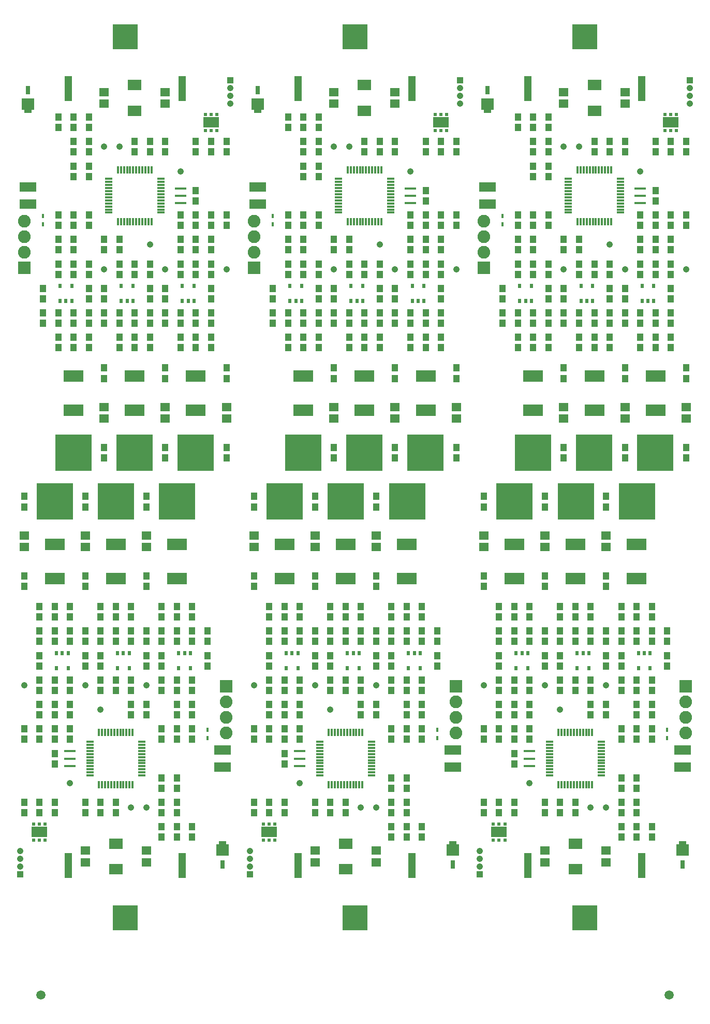
<source format=gbs>
%FSLAX25Y25*%
%MOIN*%
G70*
G01*
G75*
G04 Layer_Color=16711935*
%ADD10C,0.03937*%
%ADD11R,0.02165X0.02854*%
%ADD12R,0.02165X0.02510*%
%ADD13R,0.04921X0.02559*%
%ADD14R,0.02362X0.05512*%
%ADD15R,0.03937X0.04331*%
%ADD16R,0.01181X0.02559*%
%ADD17R,0.05906X0.05118*%
%ADD18R,0.02559X0.03819*%
%ADD19R,0.08661X0.04724*%
%ADD20R,0.08661X0.13780*%
%ADD21R,0.07874X0.11811*%
%ADD22R,0.15354X0.05709*%
%ADD23R,0.09646X0.05512*%
%ADD24R,0.01181X0.03150*%
%ADD25R,0.15748X0.15748*%
%ADD26R,0.10630X0.06299*%
%ADD27R,0.04724X0.15748*%
%ADD28C,0.00800*%
%ADD29C,0.01500*%
%ADD30C,0.02000*%
%ADD31R,0.15355X0.18110*%
%ADD32R,0.23622X0.23622*%
%ADD33R,0.03937X0.03937*%
%ADD34C,0.08032*%
%ADD35R,0.08032X0.08032*%
%ADD36C,0.02800*%
%ADD37C,0.02799*%
%ADD38R,0.12598X0.07087*%
%ADD39R,0.01969X0.02756*%
%ADD40R,0.04331X0.09134*%
%ADD41R,0.02953X0.05433*%
%ADD42R,0.08583X0.06378*%
%ADD43R,0.07480X0.01575*%
%ADD44R,0.04724X0.01181*%
%ADD45R,0.01181X0.04724*%
%ADD46R,0.09843X0.06693*%
%ADD47R,0.01772X0.01969*%
%ADD48R,0.07992X0.07165*%
%ADD49C,0.00500*%
%ADD50C,0.01969*%
%ADD51R,0.15551X0.18307*%
%ADD52C,0.05906*%
%ADD53R,0.02365X0.03054*%
%ADD54R,0.02365X0.02710*%
%ADD55R,0.05121X0.02759*%
%ADD56R,0.02562X0.05712*%
%ADD57R,0.04137X0.04531*%
%ADD58R,0.01381X0.02759*%
%ADD59R,0.06106X0.05318*%
%ADD60R,0.02759X0.04019*%
%ADD61R,0.08861X0.04924*%
%ADD62R,0.08861X0.13979*%
%ADD63R,0.08074X0.12011*%
%ADD64R,0.15554X0.05909*%
%ADD65R,0.09846X0.05712*%
%ADD66R,0.01381X0.03350*%
%ADD67C,0.04137*%
%ADD68R,0.15948X0.15948*%
%ADD69R,0.10830X0.06499*%
%ADD70R,0.04924X0.15948*%
%ADD71R,0.23822X0.23822*%
%ADD72R,0.04137X0.04137*%
%ADD73C,0.08232*%
%ADD74R,0.08232X0.08232*%
%ADD75R,0.08189X0.07362*%
%ADD76R,0.12798X0.07287*%
%ADD77R,0.02169X0.02956*%
%ADD78R,0.04531X0.09334*%
%ADD79R,0.03153X0.05633*%
%ADD80R,0.08783X0.06578*%
%ADD81R,0.07680X0.01775*%
%ADD82R,0.04924X0.01381*%
%ADD83R,0.01381X0.04924*%
%ADD84R,0.10043X0.06893*%
%ADD85R,0.01972X0.02169*%
D52*
X39370Y12795D02*
D03*
X444095D02*
D03*
D57*
X38386Y224606D02*
D03*
Y231299D02*
D03*
X77756Y224606D02*
D03*
Y231299D02*
D03*
X117126Y224606D02*
D03*
Y231299D02*
D03*
X67913D02*
D03*
Y224606D02*
D03*
Y247047D02*
D03*
Y240354D02*
D03*
X58071Y208858D02*
D03*
Y215551D02*
D03*
X107283Y247047D02*
D03*
Y240354D02*
D03*
X48228Y215551D02*
D03*
Y208858D02*
D03*
X87598Y247047D02*
D03*
Y240354D02*
D03*
X107283Y231299D02*
D03*
Y224606D02*
D03*
X38386Y208858D02*
D03*
Y215551D02*
D03*
X97441Y208858D02*
D03*
Y215551D02*
D03*
X136811Y247047D02*
D03*
Y240354D02*
D03*
X146653Y247047D02*
D03*
Y240354D02*
D03*
X87598Y215551D02*
D03*
Y208858D02*
D03*
X126969Y247047D02*
D03*
Y240354D02*
D03*
X77756Y208858D02*
D03*
Y215551D02*
D03*
X126969D02*
D03*
Y208858D02*
D03*
X136811Y121063D02*
D03*
Y114370D02*
D03*
X117126Y208858D02*
D03*
Y215551D02*
D03*
X136811Y208858D02*
D03*
Y215551D02*
D03*
X126969Y114370D02*
D03*
Y121063D02*
D03*
X58071Y240354D02*
D03*
Y247047D02*
D03*
X48228Y240354D02*
D03*
Y247047D02*
D03*
X97441Y240354D02*
D03*
Y247047D02*
D03*
X146653Y224606D02*
D03*
Y231299D02*
D03*
X38386Y247047D02*
D03*
Y240354D02*
D03*
X77756Y247047D02*
D03*
Y240354D02*
D03*
X67913Y333661D02*
D03*
Y326969D02*
D03*
X107283Y333661D02*
D03*
Y326969D02*
D03*
X117126Y247047D02*
D03*
Y240354D02*
D03*
X48228Y168307D02*
D03*
Y161614D02*
D03*
X58071Y184055D02*
D03*
Y177362D02*
D03*
Y193110D02*
D03*
Y199803D02*
D03*
X48228Y193110D02*
D03*
Y199803D02*
D03*
X38386Y193110D02*
D03*
Y199803D02*
D03*
X126969Y136811D02*
D03*
Y130118D02*
D03*
X117126Y136811D02*
D03*
Y130118D02*
D03*
X107283Y193110D02*
D03*
Y199803D02*
D03*
X97441Y193110D02*
D03*
Y199803D02*
D03*
X126969Y184055D02*
D03*
Y177362D02*
D03*
X117126Y184055D02*
D03*
Y177362D02*
D03*
X126969Y152559D02*
D03*
Y145866D02*
D03*
X117126Y152559D02*
D03*
Y145866D02*
D03*
X77756Y130118D02*
D03*
Y136811D02*
D03*
X67913Y130118D02*
D03*
Y136811D02*
D03*
X87598Y130118D02*
D03*
Y136811D02*
D03*
X28543D02*
D03*
Y130118D02*
D03*
X48228D02*
D03*
Y136811D02*
D03*
X38386D02*
D03*
Y130118D02*
D03*
X48228Y177362D02*
D03*
Y184055D02*
D03*
X28543Y177362D02*
D03*
Y184055D02*
D03*
X38386D02*
D03*
Y177362D02*
D03*
X126969Y193110D02*
D03*
Y199803D02*
D03*
X136811D02*
D03*
Y193110D02*
D03*
X136811Y177362D02*
D03*
Y184055D02*
D03*
X28543Y282480D02*
D03*
Y275787D02*
D03*
Y326969D02*
D03*
Y333661D02*
D03*
X67913Y282480D02*
D03*
Y275787D02*
D03*
X107283Y282480D02*
D03*
Y275787D02*
D03*
X38386Y262795D02*
D03*
Y256102D02*
D03*
X48228D02*
D03*
Y262795D02*
D03*
X58071D02*
D03*
Y256102D02*
D03*
X97441Y262795D02*
D03*
Y256102D02*
D03*
X87598D02*
D03*
Y262795D02*
D03*
X77756D02*
D03*
Y256102D02*
D03*
X117126Y262795D02*
D03*
Y256102D02*
D03*
X126969D02*
D03*
Y262795D02*
D03*
X136811D02*
D03*
Y256102D02*
D03*
X117126Y114370D02*
D03*
Y121063D02*
D03*
X186417Y224606D02*
D03*
Y231299D02*
D03*
X225787Y224606D02*
D03*
Y231299D02*
D03*
X265158Y224606D02*
D03*
Y231299D02*
D03*
X215945D02*
D03*
Y224606D02*
D03*
Y247047D02*
D03*
Y240354D02*
D03*
X206102Y208858D02*
D03*
Y215551D02*
D03*
X255315Y247047D02*
D03*
Y240354D02*
D03*
X196260Y215551D02*
D03*
Y208858D02*
D03*
X235630Y247047D02*
D03*
Y240354D02*
D03*
X255315Y231299D02*
D03*
Y224606D02*
D03*
X186417Y208858D02*
D03*
Y215551D02*
D03*
X245472Y208858D02*
D03*
Y215551D02*
D03*
X284842Y247047D02*
D03*
Y240354D02*
D03*
X294685Y247047D02*
D03*
Y240354D02*
D03*
X235630Y215551D02*
D03*
Y208858D02*
D03*
X275000Y247047D02*
D03*
Y240354D02*
D03*
X225787Y208858D02*
D03*
Y215551D02*
D03*
X275000D02*
D03*
Y208858D02*
D03*
X284842Y121063D02*
D03*
Y114370D02*
D03*
X265158Y208858D02*
D03*
Y215551D02*
D03*
X284842Y208858D02*
D03*
Y215551D02*
D03*
X275000Y114370D02*
D03*
Y121063D02*
D03*
X206102Y240354D02*
D03*
Y247047D02*
D03*
X196260Y240354D02*
D03*
Y247047D02*
D03*
X245472Y240354D02*
D03*
Y247047D02*
D03*
X294685Y224606D02*
D03*
Y231299D02*
D03*
X186417Y247047D02*
D03*
Y240354D02*
D03*
X225787Y247047D02*
D03*
Y240354D02*
D03*
X215945Y333661D02*
D03*
Y326969D02*
D03*
X255315Y333661D02*
D03*
Y326969D02*
D03*
X265158Y247047D02*
D03*
Y240354D02*
D03*
X196260Y168307D02*
D03*
Y161614D02*
D03*
X206102Y184055D02*
D03*
Y177362D02*
D03*
Y193110D02*
D03*
Y199803D02*
D03*
X196260Y193110D02*
D03*
Y199803D02*
D03*
X186417Y193110D02*
D03*
Y199803D02*
D03*
X275000Y136811D02*
D03*
Y130118D02*
D03*
X265158Y136811D02*
D03*
Y130118D02*
D03*
X255315Y193110D02*
D03*
Y199803D02*
D03*
X245472Y193110D02*
D03*
Y199803D02*
D03*
X275000Y184055D02*
D03*
Y177362D02*
D03*
X265158Y184055D02*
D03*
Y177362D02*
D03*
X275000Y152559D02*
D03*
Y145866D02*
D03*
X265158Y152559D02*
D03*
Y145866D02*
D03*
X225787Y130118D02*
D03*
Y136811D02*
D03*
X215945Y130118D02*
D03*
Y136811D02*
D03*
X235630Y130118D02*
D03*
Y136811D02*
D03*
X176575D02*
D03*
Y130118D02*
D03*
X196260D02*
D03*
Y136811D02*
D03*
X186417D02*
D03*
Y130118D02*
D03*
X196260Y177362D02*
D03*
Y184055D02*
D03*
X176575Y177362D02*
D03*
Y184055D02*
D03*
X186417D02*
D03*
Y177362D02*
D03*
X275000Y193110D02*
D03*
Y199803D02*
D03*
X284842D02*
D03*
Y193110D02*
D03*
X284842Y177362D02*
D03*
Y184055D02*
D03*
X176575Y282480D02*
D03*
Y275787D02*
D03*
Y326969D02*
D03*
Y333661D02*
D03*
X215945Y282480D02*
D03*
Y275787D02*
D03*
X255315Y282480D02*
D03*
Y275787D02*
D03*
X186417Y262795D02*
D03*
Y256102D02*
D03*
X196260D02*
D03*
Y262795D02*
D03*
X206102D02*
D03*
Y256102D02*
D03*
X245472Y262795D02*
D03*
Y256102D02*
D03*
X235630D02*
D03*
Y262795D02*
D03*
X225787D02*
D03*
Y256102D02*
D03*
X265158Y262795D02*
D03*
Y256102D02*
D03*
X275000D02*
D03*
Y262795D02*
D03*
X284842D02*
D03*
Y256102D02*
D03*
X265158Y114370D02*
D03*
Y121063D02*
D03*
X334449Y224606D02*
D03*
Y231299D02*
D03*
X373819Y224606D02*
D03*
Y231299D02*
D03*
X413189Y224606D02*
D03*
Y231299D02*
D03*
X363976D02*
D03*
Y224606D02*
D03*
Y247047D02*
D03*
Y240354D02*
D03*
X354134Y208858D02*
D03*
Y215551D02*
D03*
X403346Y247047D02*
D03*
Y240354D02*
D03*
X344291Y215551D02*
D03*
Y208858D02*
D03*
X383661Y247047D02*
D03*
Y240354D02*
D03*
X403346Y231299D02*
D03*
Y224606D02*
D03*
X334449Y208858D02*
D03*
Y215551D02*
D03*
X393504Y208858D02*
D03*
Y215551D02*
D03*
X432874Y247047D02*
D03*
Y240354D02*
D03*
X442717Y247047D02*
D03*
Y240354D02*
D03*
X383661Y215551D02*
D03*
Y208858D02*
D03*
X423032Y247047D02*
D03*
Y240354D02*
D03*
X373819Y208858D02*
D03*
Y215551D02*
D03*
X423032D02*
D03*
Y208858D02*
D03*
X432874Y121063D02*
D03*
Y114370D02*
D03*
X413189Y208858D02*
D03*
Y215551D02*
D03*
X432874Y208858D02*
D03*
Y215551D02*
D03*
X423032Y114370D02*
D03*
Y121063D02*
D03*
X354134Y240354D02*
D03*
Y247047D02*
D03*
X344291Y240354D02*
D03*
Y247047D02*
D03*
X393504Y240354D02*
D03*
Y247047D02*
D03*
X442717Y224606D02*
D03*
Y231299D02*
D03*
X334449Y247047D02*
D03*
Y240354D02*
D03*
X373819Y247047D02*
D03*
Y240354D02*
D03*
X363976Y333661D02*
D03*
Y326969D02*
D03*
X403346Y333661D02*
D03*
Y326969D02*
D03*
X413189Y247047D02*
D03*
Y240354D02*
D03*
X344291Y168307D02*
D03*
Y161614D02*
D03*
X354134Y184055D02*
D03*
Y177362D02*
D03*
Y193110D02*
D03*
Y199803D02*
D03*
X344291Y193110D02*
D03*
Y199803D02*
D03*
X334449Y193110D02*
D03*
Y199803D02*
D03*
X423032Y136811D02*
D03*
Y130118D02*
D03*
X413189Y136811D02*
D03*
Y130118D02*
D03*
X403346Y193110D02*
D03*
Y199803D02*
D03*
X393504Y193110D02*
D03*
Y199803D02*
D03*
X423032Y184055D02*
D03*
Y177362D02*
D03*
X413189Y184055D02*
D03*
Y177362D02*
D03*
X423032Y152559D02*
D03*
Y145866D02*
D03*
X413189Y152559D02*
D03*
Y145866D02*
D03*
X373819Y130118D02*
D03*
Y136811D02*
D03*
X363976Y130118D02*
D03*
Y136811D02*
D03*
X383661Y130118D02*
D03*
Y136811D02*
D03*
X324606D02*
D03*
Y130118D02*
D03*
X344291D02*
D03*
Y136811D02*
D03*
X334449D02*
D03*
Y130118D02*
D03*
X344291Y177362D02*
D03*
Y184055D02*
D03*
X324606Y177362D02*
D03*
Y184055D02*
D03*
X334449D02*
D03*
Y177362D02*
D03*
X423032Y193110D02*
D03*
Y199803D02*
D03*
X432874D02*
D03*
Y193110D02*
D03*
X432874Y177362D02*
D03*
Y184055D02*
D03*
X324606Y282480D02*
D03*
Y275787D02*
D03*
Y326969D02*
D03*
Y333661D02*
D03*
X363976Y282480D02*
D03*
Y275787D02*
D03*
X403346Y282480D02*
D03*
Y275787D02*
D03*
X334449Y262795D02*
D03*
Y256102D02*
D03*
X344291D02*
D03*
Y262795D02*
D03*
X354134D02*
D03*
Y256102D02*
D03*
X393504Y262795D02*
D03*
Y256102D02*
D03*
X383661D02*
D03*
Y262795D02*
D03*
X373819D02*
D03*
Y256102D02*
D03*
X413189Y262795D02*
D03*
Y256102D02*
D03*
X423032D02*
D03*
Y262795D02*
D03*
X432874D02*
D03*
Y256102D02*
D03*
X413189Y114370D02*
D03*
Y121063D02*
D03*
X445079Y467520D02*
D03*
Y460827D02*
D03*
X405709Y467520D02*
D03*
Y460827D02*
D03*
X366339Y467520D02*
D03*
Y460827D02*
D03*
X415551D02*
D03*
Y467520D02*
D03*
Y445079D02*
D03*
Y451772D02*
D03*
X425394Y483268D02*
D03*
Y476575D02*
D03*
X376181Y445079D02*
D03*
Y451772D02*
D03*
X435236Y476575D02*
D03*
Y483268D02*
D03*
X395866Y445079D02*
D03*
Y451772D02*
D03*
X376181Y460827D02*
D03*
Y467520D02*
D03*
X445079Y483268D02*
D03*
Y476575D02*
D03*
X386024Y483268D02*
D03*
Y476575D02*
D03*
X346654Y445079D02*
D03*
Y451772D02*
D03*
X336811Y445079D02*
D03*
Y451772D02*
D03*
X395866Y476575D02*
D03*
Y483268D02*
D03*
X356496Y445079D02*
D03*
Y451772D02*
D03*
X405709Y483268D02*
D03*
Y476575D02*
D03*
X356496D02*
D03*
Y483268D02*
D03*
X346654Y571063D02*
D03*
Y577756D02*
D03*
X366339Y483268D02*
D03*
Y476575D02*
D03*
X346654Y483268D02*
D03*
Y476575D02*
D03*
X356496Y577756D02*
D03*
Y571063D02*
D03*
X425394Y451772D02*
D03*
Y445079D02*
D03*
X435236Y451772D02*
D03*
Y445079D02*
D03*
X386024Y451772D02*
D03*
Y445079D02*
D03*
X336811Y467520D02*
D03*
Y460827D02*
D03*
X445079Y445079D02*
D03*
Y451772D02*
D03*
X405709Y445079D02*
D03*
Y451772D02*
D03*
X415551Y358465D02*
D03*
Y365158D02*
D03*
X376181Y358465D02*
D03*
Y365158D02*
D03*
X366339Y445079D02*
D03*
Y451772D02*
D03*
X435236Y523819D02*
D03*
Y530512D02*
D03*
X425394Y508071D02*
D03*
Y514764D02*
D03*
Y499016D02*
D03*
Y492323D02*
D03*
X435236Y499016D02*
D03*
Y492323D02*
D03*
X445079Y499016D02*
D03*
Y492323D02*
D03*
X356496Y555315D02*
D03*
Y562008D02*
D03*
X366339Y555315D02*
D03*
Y562008D02*
D03*
X376181Y499016D02*
D03*
Y492323D02*
D03*
X386024Y499016D02*
D03*
Y492323D02*
D03*
X356496Y508071D02*
D03*
Y514764D02*
D03*
X366339Y508071D02*
D03*
Y514764D02*
D03*
X356496Y539567D02*
D03*
Y546260D02*
D03*
X366339Y539567D02*
D03*
Y546260D02*
D03*
X405709Y562008D02*
D03*
Y555315D02*
D03*
X415551Y562008D02*
D03*
Y555315D02*
D03*
X395866Y562008D02*
D03*
Y555315D02*
D03*
X454921D02*
D03*
Y562008D02*
D03*
X435236D02*
D03*
Y555315D02*
D03*
X445079D02*
D03*
Y562008D02*
D03*
X435236Y514764D02*
D03*
Y508071D02*
D03*
X454921Y514764D02*
D03*
Y508071D02*
D03*
X445079D02*
D03*
Y514764D02*
D03*
X356496Y499016D02*
D03*
Y492323D02*
D03*
X346654D02*
D03*
Y499016D02*
D03*
X346654Y514764D02*
D03*
Y508071D02*
D03*
X454921Y409646D02*
D03*
Y416339D02*
D03*
Y365158D02*
D03*
Y358465D02*
D03*
X415551Y409646D02*
D03*
Y416339D02*
D03*
X376181Y409646D02*
D03*
Y416339D02*
D03*
X445079Y429331D02*
D03*
Y436024D02*
D03*
X435236D02*
D03*
Y429331D02*
D03*
X425394D02*
D03*
Y436024D02*
D03*
X386024Y429331D02*
D03*
Y436024D02*
D03*
X395866D02*
D03*
Y429331D02*
D03*
X405709D02*
D03*
Y436024D02*
D03*
X366339Y429331D02*
D03*
Y436024D02*
D03*
X356496D02*
D03*
Y429331D02*
D03*
X346654D02*
D03*
Y436024D02*
D03*
X366339Y577756D02*
D03*
Y571063D02*
D03*
X297047Y467520D02*
D03*
Y460827D02*
D03*
X257677Y467520D02*
D03*
Y460827D02*
D03*
X218307Y467520D02*
D03*
Y460827D02*
D03*
X267520D02*
D03*
Y467520D02*
D03*
Y445079D02*
D03*
Y451772D02*
D03*
X277362Y483268D02*
D03*
Y476575D02*
D03*
X228150Y445079D02*
D03*
Y451772D02*
D03*
X287205Y476575D02*
D03*
Y483268D02*
D03*
X247835Y445079D02*
D03*
Y451772D02*
D03*
X228150Y460827D02*
D03*
Y467520D02*
D03*
X297047Y483268D02*
D03*
Y476575D02*
D03*
X237992Y483268D02*
D03*
Y476575D02*
D03*
X198622Y445079D02*
D03*
Y451772D02*
D03*
X188779Y445079D02*
D03*
Y451772D02*
D03*
X247835Y476575D02*
D03*
Y483268D02*
D03*
X208465Y445079D02*
D03*
Y451772D02*
D03*
X257677Y483268D02*
D03*
Y476575D02*
D03*
X208465D02*
D03*
Y483268D02*
D03*
X198622Y571063D02*
D03*
Y577756D02*
D03*
X218307Y483268D02*
D03*
Y476575D02*
D03*
X198622Y483268D02*
D03*
Y476575D02*
D03*
X208465Y577756D02*
D03*
Y571063D02*
D03*
X277362Y451772D02*
D03*
Y445079D02*
D03*
X287205Y451772D02*
D03*
Y445079D02*
D03*
X237992Y451772D02*
D03*
Y445079D02*
D03*
X188779Y467520D02*
D03*
Y460827D02*
D03*
X297047Y445079D02*
D03*
Y451772D02*
D03*
X257677Y445079D02*
D03*
Y451772D02*
D03*
X267520Y358465D02*
D03*
Y365158D02*
D03*
X228150Y358465D02*
D03*
Y365158D02*
D03*
X218307Y445079D02*
D03*
Y451772D02*
D03*
X287205Y523819D02*
D03*
Y530512D02*
D03*
X277362Y508071D02*
D03*
Y514764D02*
D03*
Y499016D02*
D03*
Y492323D02*
D03*
X287205Y499016D02*
D03*
Y492323D02*
D03*
X297047Y499016D02*
D03*
Y492323D02*
D03*
X208465Y555315D02*
D03*
Y562008D02*
D03*
X218307Y555315D02*
D03*
Y562008D02*
D03*
X228150Y499016D02*
D03*
Y492323D02*
D03*
X237992Y499016D02*
D03*
Y492323D02*
D03*
X208465Y508071D02*
D03*
Y514764D02*
D03*
X218307Y508071D02*
D03*
Y514764D02*
D03*
X208465Y539567D02*
D03*
Y546260D02*
D03*
X218307Y539567D02*
D03*
Y546260D02*
D03*
X257677Y562008D02*
D03*
Y555315D02*
D03*
X267520Y562008D02*
D03*
Y555315D02*
D03*
X247835Y562008D02*
D03*
Y555315D02*
D03*
X306890D02*
D03*
Y562008D02*
D03*
X287205D02*
D03*
Y555315D02*
D03*
X297047D02*
D03*
Y562008D02*
D03*
X287205Y514764D02*
D03*
Y508071D02*
D03*
X306890Y514764D02*
D03*
Y508071D02*
D03*
X297047D02*
D03*
Y514764D02*
D03*
X208465Y499016D02*
D03*
Y492323D02*
D03*
X198622D02*
D03*
Y499016D02*
D03*
X198622Y514764D02*
D03*
Y508071D02*
D03*
X306890Y409646D02*
D03*
Y416339D02*
D03*
Y365158D02*
D03*
Y358465D02*
D03*
X267520Y409646D02*
D03*
Y416339D02*
D03*
X228150Y409646D02*
D03*
Y416339D02*
D03*
X297047Y429331D02*
D03*
Y436024D02*
D03*
X287205D02*
D03*
Y429331D02*
D03*
X277362D02*
D03*
Y436024D02*
D03*
X237992Y429331D02*
D03*
Y436024D02*
D03*
X247835D02*
D03*
Y429331D02*
D03*
X257677D02*
D03*
Y436024D02*
D03*
X218307Y429331D02*
D03*
Y436024D02*
D03*
X208465D02*
D03*
Y429331D02*
D03*
X198622D02*
D03*
Y436024D02*
D03*
X218307Y577756D02*
D03*
Y571063D02*
D03*
X149016Y467520D02*
D03*
Y460827D02*
D03*
X109646Y467520D02*
D03*
Y460827D02*
D03*
X70276Y467520D02*
D03*
Y460827D02*
D03*
X119488D02*
D03*
Y467520D02*
D03*
Y445079D02*
D03*
Y451772D02*
D03*
X129331Y483268D02*
D03*
Y476575D02*
D03*
X80118Y445079D02*
D03*
Y451772D02*
D03*
X139173Y476575D02*
D03*
Y483268D02*
D03*
X99803Y445079D02*
D03*
Y451772D02*
D03*
X80118Y460827D02*
D03*
Y467520D02*
D03*
X149016Y483268D02*
D03*
Y476575D02*
D03*
X89961Y483268D02*
D03*
Y476575D02*
D03*
X50591Y445079D02*
D03*
Y451772D02*
D03*
X40748Y445079D02*
D03*
Y451772D02*
D03*
X99803Y476575D02*
D03*
Y483268D02*
D03*
X60433Y445079D02*
D03*
Y451772D02*
D03*
X109646Y483268D02*
D03*
Y476575D02*
D03*
X60433D02*
D03*
Y483268D02*
D03*
X50591Y571063D02*
D03*
Y577756D02*
D03*
X70276Y483268D02*
D03*
Y476575D02*
D03*
X50591Y483268D02*
D03*
Y476575D02*
D03*
X60433Y577756D02*
D03*
Y571063D02*
D03*
X129331Y451772D02*
D03*
Y445079D02*
D03*
X139173Y451772D02*
D03*
Y445079D02*
D03*
X89961Y451772D02*
D03*
Y445079D02*
D03*
X40748Y467520D02*
D03*
Y460827D02*
D03*
X149016Y445079D02*
D03*
Y451772D02*
D03*
X109646Y445079D02*
D03*
Y451772D02*
D03*
X119488Y358465D02*
D03*
Y365158D02*
D03*
X80118Y358465D02*
D03*
Y365158D02*
D03*
X70276Y445079D02*
D03*
Y451772D02*
D03*
X139173Y523819D02*
D03*
Y530512D02*
D03*
X129331Y508071D02*
D03*
Y514764D02*
D03*
Y499016D02*
D03*
Y492323D02*
D03*
X139173Y499016D02*
D03*
Y492323D02*
D03*
X149016Y499016D02*
D03*
Y492323D02*
D03*
X60433Y555315D02*
D03*
Y562008D02*
D03*
X70276Y555315D02*
D03*
Y562008D02*
D03*
X80118Y499016D02*
D03*
Y492323D02*
D03*
X89961Y499016D02*
D03*
Y492323D02*
D03*
X60433Y508071D02*
D03*
Y514764D02*
D03*
X70276Y508071D02*
D03*
Y514764D02*
D03*
X60433Y539567D02*
D03*
Y546260D02*
D03*
X70276Y539567D02*
D03*
Y546260D02*
D03*
X109646Y562008D02*
D03*
Y555315D02*
D03*
X119488Y562008D02*
D03*
Y555315D02*
D03*
X99803Y562008D02*
D03*
Y555315D02*
D03*
X158858D02*
D03*
Y562008D02*
D03*
X139173D02*
D03*
Y555315D02*
D03*
X149016D02*
D03*
Y562008D02*
D03*
X139173Y514764D02*
D03*
Y508071D02*
D03*
X158858Y514764D02*
D03*
Y508071D02*
D03*
X149016D02*
D03*
Y514764D02*
D03*
X60433Y499016D02*
D03*
Y492323D02*
D03*
X50591D02*
D03*
Y499016D02*
D03*
X50591Y514764D02*
D03*
Y508071D02*
D03*
X158858Y409646D02*
D03*
Y416339D02*
D03*
Y365158D02*
D03*
Y358465D02*
D03*
X119488Y409646D02*
D03*
Y416339D02*
D03*
X80118Y409646D02*
D03*
Y416339D02*
D03*
X149016Y429331D02*
D03*
Y436024D02*
D03*
X139173D02*
D03*
Y429331D02*
D03*
X129331D02*
D03*
Y436024D02*
D03*
X89961Y429331D02*
D03*
Y436024D02*
D03*
X99803D02*
D03*
Y429331D02*
D03*
X109646D02*
D03*
Y436024D02*
D03*
X70276Y429331D02*
D03*
Y436024D02*
D03*
X60433D02*
D03*
Y429331D02*
D03*
X50591D02*
D03*
Y436024D02*
D03*
X70276Y577756D02*
D03*
Y571063D02*
D03*
D58*
X146653Y183366D02*
D03*
Y178051D02*
D03*
X294685Y183366D02*
D03*
Y178051D02*
D03*
X442717Y183366D02*
D03*
Y178051D02*
D03*
X336811Y508760D02*
D03*
Y514075D02*
D03*
X188779Y508760D02*
D03*
Y514075D02*
D03*
X40748Y508760D02*
D03*
Y514075D02*
D03*
D59*
X28543Y300984D02*
D03*
Y308465D02*
D03*
X67913Y300984D02*
D03*
Y308465D02*
D03*
X107283Y300984D02*
D03*
Y308465D02*
D03*
Y105709D02*
D03*
Y98228D02*
D03*
X67913Y105709D02*
D03*
Y98228D02*
D03*
X176575Y300984D02*
D03*
Y308465D02*
D03*
X215945Y300984D02*
D03*
Y308465D02*
D03*
X255315Y300984D02*
D03*
Y308465D02*
D03*
Y105709D02*
D03*
Y98228D02*
D03*
X215945Y105709D02*
D03*
Y98228D02*
D03*
X324606Y300984D02*
D03*
Y308465D02*
D03*
X363976Y300984D02*
D03*
Y308465D02*
D03*
X403346Y300984D02*
D03*
Y308465D02*
D03*
Y105709D02*
D03*
Y98228D02*
D03*
X363976Y105709D02*
D03*
Y98228D02*
D03*
X454921Y391142D02*
D03*
Y383661D02*
D03*
X415551Y391142D02*
D03*
Y383661D02*
D03*
X376181Y391142D02*
D03*
Y383661D02*
D03*
Y586417D02*
D03*
Y593898D02*
D03*
X415551Y586417D02*
D03*
Y593898D02*
D03*
X306890Y391142D02*
D03*
Y383661D02*
D03*
X267520Y391142D02*
D03*
Y383661D02*
D03*
X228150Y391142D02*
D03*
Y383661D02*
D03*
Y586417D02*
D03*
Y593898D02*
D03*
X267520Y586417D02*
D03*
Y593898D02*
D03*
X158858Y391142D02*
D03*
Y383661D02*
D03*
X119488Y391142D02*
D03*
Y383661D02*
D03*
X80118Y391142D02*
D03*
Y383661D02*
D03*
Y586417D02*
D03*
Y593898D02*
D03*
X119488Y586417D02*
D03*
Y593898D02*
D03*
D67*
X107283Y133465D02*
D03*
X28543Y212205D02*
D03*
X67913D02*
D03*
X107283D02*
D03*
X97441Y133465D02*
D03*
X58071Y149213D02*
D03*
X77756Y196457D02*
D03*
X255315Y133465D02*
D03*
X176575Y212205D02*
D03*
X215945D02*
D03*
X255315D02*
D03*
X245472Y133465D02*
D03*
X206102Y149213D02*
D03*
X225787Y196457D02*
D03*
X403346Y133465D02*
D03*
X324606Y212205D02*
D03*
X363976D02*
D03*
X403346D02*
D03*
X393504Y133465D02*
D03*
X354134Y149213D02*
D03*
X373819Y196457D02*
D03*
X376181Y558661D02*
D03*
X454921Y479921D02*
D03*
X415551D02*
D03*
X376181D02*
D03*
X386024Y558661D02*
D03*
X425394Y542913D02*
D03*
X405709Y495669D02*
D03*
X228150Y558661D02*
D03*
X306890Y479921D02*
D03*
X267520D02*
D03*
X228150D02*
D03*
X237992Y558661D02*
D03*
X277362Y542913D02*
D03*
X257677Y495669D02*
D03*
X80118Y558661D02*
D03*
X158858Y479921D02*
D03*
X119488D02*
D03*
X80118D02*
D03*
X89961Y558661D02*
D03*
X129331Y542913D02*
D03*
X109646Y495669D02*
D03*
X25984Y95531D02*
D03*
Y105532D02*
D03*
Y100531D02*
D03*
X174016Y95531D02*
D03*
Y105532D02*
D03*
Y100531D02*
D03*
X322047Y95531D02*
D03*
Y105532D02*
D03*
Y100531D02*
D03*
X457480Y596594D02*
D03*
Y586594D02*
D03*
Y591595D02*
D03*
X309449Y596594D02*
D03*
Y586594D02*
D03*
Y591595D02*
D03*
X161417Y596594D02*
D03*
Y586594D02*
D03*
Y591595D02*
D03*
D68*
X93701Y62598D02*
D03*
X241732D02*
D03*
X389764D02*
D03*
X389764Y629528D02*
D03*
X241732D02*
D03*
X93701D02*
D03*
D69*
X156496Y170472D02*
D03*
Y159449D02*
D03*
X304528Y170472D02*
D03*
Y159449D02*
D03*
X452559Y170472D02*
D03*
Y159449D02*
D03*
X326969Y521654D02*
D03*
Y532677D02*
D03*
X178937Y521654D02*
D03*
Y532677D02*
D03*
X30906Y521654D02*
D03*
Y532677D02*
D03*
D70*
X130315Y96063D02*
D03*
X57087D02*
D03*
X278346D02*
D03*
X205118D02*
D03*
X426378D02*
D03*
X353150D02*
D03*
Y596063D02*
D03*
X426378D02*
D03*
X205118D02*
D03*
X278346D02*
D03*
X57087D02*
D03*
X130315D02*
D03*
D71*
X87795Y330315D02*
D03*
X127165D02*
D03*
X48425D02*
D03*
X235827D02*
D03*
X275197D02*
D03*
X196457D02*
D03*
X383858D02*
D03*
X423228D02*
D03*
X344488D02*
D03*
X395669Y361811D02*
D03*
X356299D02*
D03*
X435039D02*
D03*
X247638D02*
D03*
X208268D02*
D03*
X287008D02*
D03*
X99606D02*
D03*
X60236D02*
D03*
X138976D02*
D03*
D72*
X25984Y90531D02*
D03*
X174016D02*
D03*
X322047D02*
D03*
X457480Y601594D02*
D03*
X309449D02*
D03*
X161417D02*
D03*
D73*
X158661Y201457D02*
D03*
Y181457D02*
D03*
Y191457D02*
D03*
X306693Y201457D02*
D03*
Y181457D02*
D03*
Y191457D02*
D03*
X454724Y201457D02*
D03*
Y181457D02*
D03*
Y191457D02*
D03*
X324803Y490669D02*
D03*
Y510669D02*
D03*
Y500669D02*
D03*
X176772Y490669D02*
D03*
Y510669D02*
D03*
Y500669D02*
D03*
X28740Y490669D02*
D03*
Y510669D02*
D03*
Y500669D02*
D03*
D74*
X158661Y211457D02*
D03*
X306693D02*
D03*
X454724D02*
D03*
X324803Y480669D02*
D03*
X176772D02*
D03*
X28740D02*
D03*
D75*
X156496Y106024D02*
D03*
X304527D02*
D03*
X452559D02*
D03*
X326969Y586102D02*
D03*
X178937D02*
D03*
X30906D02*
D03*
D76*
X87598Y280906D02*
D03*
Y302953D02*
D03*
X126969Y280906D02*
D03*
Y302953D02*
D03*
X48228Y280906D02*
D03*
Y302953D02*
D03*
X235630Y280906D02*
D03*
Y302953D02*
D03*
X275000Y280906D02*
D03*
Y302953D02*
D03*
X196260Y280906D02*
D03*
Y302953D02*
D03*
X383661Y280906D02*
D03*
Y302953D02*
D03*
X423032Y280906D02*
D03*
Y302953D02*
D03*
X344291Y280906D02*
D03*
Y302953D02*
D03*
X395866Y411221D02*
D03*
Y389173D02*
D03*
X356496Y411221D02*
D03*
Y389173D02*
D03*
X435236Y411221D02*
D03*
Y389173D02*
D03*
X247835Y411221D02*
D03*
Y389173D02*
D03*
X208465Y411221D02*
D03*
Y389173D02*
D03*
X287205Y411221D02*
D03*
Y389173D02*
D03*
X99803Y411221D02*
D03*
Y389173D02*
D03*
X60433Y411221D02*
D03*
Y389173D02*
D03*
X139173Y411221D02*
D03*
Y389173D02*
D03*
D77*
X53150Y232776D02*
D03*
X56890D02*
D03*
X49409D02*
D03*
Y223130D02*
D03*
X56890D02*
D03*
X92520Y232776D02*
D03*
X96260D02*
D03*
X88779D02*
D03*
Y223130D02*
D03*
X96260D02*
D03*
X131890Y232776D02*
D03*
X135630D02*
D03*
X128150D02*
D03*
Y223130D02*
D03*
X135630D02*
D03*
X201181Y232776D02*
D03*
X204921D02*
D03*
X197441D02*
D03*
Y223130D02*
D03*
X204921D02*
D03*
X240551Y232776D02*
D03*
X244291D02*
D03*
X236811D02*
D03*
Y223130D02*
D03*
X244291D02*
D03*
X279921Y232776D02*
D03*
X283661D02*
D03*
X276181D02*
D03*
Y223130D02*
D03*
X283661D02*
D03*
X349213Y232776D02*
D03*
X352953D02*
D03*
X345472D02*
D03*
Y223130D02*
D03*
X352953D02*
D03*
X388583Y232776D02*
D03*
X392323D02*
D03*
X384842D02*
D03*
Y223130D02*
D03*
X392323D02*
D03*
X427953Y232776D02*
D03*
X431693D02*
D03*
X424213D02*
D03*
Y223130D02*
D03*
X431693D02*
D03*
X430315Y459350D02*
D03*
X426575D02*
D03*
X434055D02*
D03*
Y468996D02*
D03*
X426575D02*
D03*
X390945Y459350D02*
D03*
X387205D02*
D03*
X394685D02*
D03*
Y468996D02*
D03*
X387205D02*
D03*
X351575Y459350D02*
D03*
X347835D02*
D03*
X355315D02*
D03*
Y468996D02*
D03*
X347835D02*
D03*
X282283Y459350D02*
D03*
X278543D02*
D03*
X286024D02*
D03*
Y468996D02*
D03*
X278543D02*
D03*
X242913Y459350D02*
D03*
X239173D02*
D03*
X246654D02*
D03*
Y468996D02*
D03*
X239173D02*
D03*
X203543Y459350D02*
D03*
X199803D02*
D03*
X207283D02*
D03*
Y468996D02*
D03*
X199803D02*
D03*
X134252Y459350D02*
D03*
X130512D02*
D03*
X137992D02*
D03*
Y468996D02*
D03*
X130512D02*
D03*
X94882Y459350D02*
D03*
X91142D02*
D03*
X98622D02*
D03*
Y468996D02*
D03*
X91142D02*
D03*
X55512Y459350D02*
D03*
X51772D02*
D03*
X59252D02*
D03*
Y468996D02*
D03*
X51772D02*
D03*
D78*
X156496Y107008D02*
D03*
X304528D02*
D03*
X452559D02*
D03*
X326969Y585118D02*
D03*
X178937D02*
D03*
X30906D02*
D03*
D79*
X156496Y96929D02*
D03*
X304528D02*
D03*
X452559D02*
D03*
X326969Y595197D02*
D03*
X178937D02*
D03*
X30906D02*
D03*
D80*
X87598Y93661D02*
D03*
Y110276D02*
D03*
X235630Y93661D02*
D03*
Y110276D02*
D03*
X383661Y93661D02*
D03*
Y110276D02*
D03*
X395866Y598465D02*
D03*
Y581850D02*
D03*
X247835Y598465D02*
D03*
Y581850D02*
D03*
X99803Y598465D02*
D03*
Y581850D02*
D03*
D81*
X58071Y164961D02*
D03*
Y160236D02*
D03*
Y169685D02*
D03*
X206102Y164961D02*
D03*
Y160236D02*
D03*
Y169685D02*
D03*
X354134Y164961D02*
D03*
Y160236D02*
D03*
Y169685D02*
D03*
X425394Y527165D02*
D03*
Y531890D02*
D03*
Y522441D02*
D03*
X277362Y527165D02*
D03*
Y531890D02*
D03*
Y522441D02*
D03*
X129331Y527165D02*
D03*
Y531890D02*
D03*
Y522441D02*
D03*
D82*
X70866Y175787D02*
D03*
Y173819D02*
D03*
Y171850D02*
D03*
Y169882D02*
D03*
Y167913D02*
D03*
Y165945D02*
D03*
Y163976D02*
D03*
Y162008D02*
D03*
Y160039D02*
D03*
Y158071D02*
D03*
Y156102D02*
D03*
Y154134D02*
D03*
X104331D02*
D03*
Y156102D02*
D03*
Y158071D02*
D03*
Y160039D02*
D03*
Y162008D02*
D03*
Y163976D02*
D03*
Y165945D02*
D03*
Y167913D02*
D03*
Y169882D02*
D03*
Y171850D02*
D03*
Y173819D02*
D03*
Y175787D02*
D03*
X218898D02*
D03*
Y173819D02*
D03*
Y171850D02*
D03*
Y169882D02*
D03*
Y167913D02*
D03*
Y165945D02*
D03*
Y163976D02*
D03*
Y162008D02*
D03*
Y160039D02*
D03*
Y158071D02*
D03*
Y156102D02*
D03*
Y154134D02*
D03*
X252362D02*
D03*
Y156102D02*
D03*
Y158071D02*
D03*
Y160039D02*
D03*
Y162008D02*
D03*
Y163976D02*
D03*
Y165945D02*
D03*
Y167913D02*
D03*
Y169882D02*
D03*
Y171850D02*
D03*
Y173819D02*
D03*
Y175787D02*
D03*
X366929D02*
D03*
Y173819D02*
D03*
Y171850D02*
D03*
Y169882D02*
D03*
Y167913D02*
D03*
Y165945D02*
D03*
Y163976D02*
D03*
Y162008D02*
D03*
Y160039D02*
D03*
Y158071D02*
D03*
Y156102D02*
D03*
Y154134D02*
D03*
X400394D02*
D03*
Y156102D02*
D03*
Y158071D02*
D03*
Y160039D02*
D03*
Y162008D02*
D03*
Y163976D02*
D03*
Y165945D02*
D03*
Y167913D02*
D03*
Y169882D02*
D03*
Y171850D02*
D03*
Y173819D02*
D03*
Y175787D02*
D03*
X412598Y516339D02*
D03*
Y518307D02*
D03*
Y520276D02*
D03*
Y522244D02*
D03*
Y524213D02*
D03*
Y526181D02*
D03*
Y528150D02*
D03*
Y530118D02*
D03*
Y532087D02*
D03*
Y534055D02*
D03*
Y536024D02*
D03*
Y537992D02*
D03*
X379134D02*
D03*
Y536024D02*
D03*
Y534055D02*
D03*
Y532087D02*
D03*
Y530118D02*
D03*
Y528150D02*
D03*
Y526181D02*
D03*
Y524213D02*
D03*
Y522244D02*
D03*
Y520276D02*
D03*
Y518307D02*
D03*
Y516339D02*
D03*
X264567D02*
D03*
Y518307D02*
D03*
Y520276D02*
D03*
Y522244D02*
D03*
Y524213D02*
D03*
Y526181D02*
D03*
Y528150D02*
D03*
Y530118D02*
D03*
Y532087D02*
D03*
Y534055D02*
D03*
Y536024D02*
D03*
Y537992D02*
D03*
X231102D02*
D03*
Y536024D02*
D03*
Y534055D02*
D03*
Y532087D02*
D03*
Y530118D02*
D03*
Y528150D02*
D03*
Y526181D02*
D03*
Y524213D02*
D03*
Y522244D02*
D03*
Y520276D02*
D03*
Y518307D02*
D03*
Y516339D02*
D03*
X116535D02*
D03*
Y518307D02*
D03*
Y520276D02*
D03*
Y522244D02*
D03*
Y524213D02*
D03*
Y526181D02*
D03*
Y528150D02*
D03*
Y530118D02*
D03*
Y532087D02*
D03*
Y534055D02*
D03*
Y536024D02*
D03*
Y537992D02*
D03*
X83071D02*
D03*
Y536024D02*
D03*
Y534055D02*
D03*
Y532087D02*
D03*
Y530118D02*
D03*
Y528150D02*
D03*
Y526181D02*
D03*
Y524213D02*
D03*
Y522244D02*
D03*
Y520276D02*
D03*
Y518307D02*
D03*
Y516339D02*
D03*
D83*
X98425Y181693D02*
D03*
X76772D02*
D03*
X78740D02*
D03*
X80709D02*
D03*
X82677D02*
D03*
X84646D02*
D03*
X86614D02*
D03*
X88583D02*
D03*
X90551D02*
D03*
X92520D02*
D03*
X94488D02*
D03*
X96457D02*
D03*
Y148228D02*
D03*
X94488D02*
D03*
X92520D02*
D03*
X98425D02*
D03*
X88583D02*
D03*
X86614D02*
D03*
X84646D02*
D03*
X82677D02*
D03*
X80709D02*
D03*
X78740D02*
D03*
X76772D02*
D03*
X90551D02*
D03*
X246457Y181693D02*
D03*
X224803D02*
D03*
X226772D02*
D03*
X228740D02*
D03*
X230709D02*
D03*
X232677D02*
D03*
X234646D02*
D03*
X236614D02*
D03*
X238583D02*
D03*
X240551D02*
D03*
X242520D02*
D03*
X244488D02*
D03*
Y148228D02*
D03*
X242520D02*
D03*
X240551D02*
D03*
X246457D02*
D03*
X236614D02*
D03*
X234646D02*
D03*
X232677D02*
D03*
X230709D02*
D03*
X228740D02*
D03*
X226772D02*
D03*
X224803D02*
D03*
X238583D02*
D03*
X394488Y181693D02*
D03*
X372835D02*
D03*
X374803D02*
D03*
X376772D02*
D03*
X378740D02*
D03*
X380709D02*
D03*
X382677D02*
D03*
X384646D02*
D03*
X386614D02*
D03*
X388583D02*
D03*
X390551D02*
D03*
X392520D02*
D03*
Y148228D02*
D03*
X390551D02*
D03*
X388583D02*
D03*
X394488D02*
D03*
X384646D02*
D03*
X382677D02*
D03*
X380709D02*
D03*
X378740D02*
D03*
X376772D02*
D03*
X374803D02*
D03*
X372835D02*
D03*
X386614D02*
D03*
X385039Y510433D02*
D03*
X406693D02*
D03*
X404724D02*
D03*
X402756D02*
D03*
X400787D02*
D03*
X398819D02*
D03*
X396850D02*
D03*
X394882D02*
D03*
X392913D02*
D03*
X390945D02*
D03*
X388976D02*
D03*
X387008D02*
D03*
Y543898D02*
D03*
X388976D02*
D03*
X390945D02*
D03*
X385039D02*
D03*
X394882D02*
D03*
X396850D02*
D03*
X398819D02*
D03*
X400787D02*
D03*
X402756D02*
D03*
X404724D02*
D03*
X406693D02*
D03*
X392913D02*
D03*
X237008Y510433D02*
D03*
X258661D02*
D03*
X256693D02*
D03*
X254724D02*
D03*
X252756D02*
D03*
X250787D02*
D03*
X248819D02*
D03*
X246850D02*
D03*
X244882D02*
D03*
X242913D02*
D03*
X240945D02*
D03*
X238976D02*
D03*
Y543898D02*
D03*
X240945D02*
D03*
X242913D02*
D03*
X237008D02*
D03*
X246850D02*
D03*
X248819D02*
D03*
X250787D02*
D03*
X252756D02*
D03*
X254724D02*
D03*
X256693D02*
D03*
X258661D02*
D03*
X244882D02*
D03*
X88976Y510433D02*
D03*
X110630D02*
D03*
X108661D02*
D03*
X106693D02*
D03*
X104724D02*
D03*
X102756D02*
D03*
X100787D02*
D03*
X98819D02*
D03*
X96850D02*
D03*
X94882D02*
D03*
X92913D02*
D03*
X90945D02*
D03*
Y543898D02*
D03*
X92913D02*
D03*
X94882D02*
D03*
X88976D02*
D03*
X98819D02*
D03*
X100787D02*
D03*
X102756D02*
D03*
X104724D02*
D03*
X106693D02*
D03*
X108661D02*
D03*
X110630D02*
D03*
X96850D02*
D03*
D84*
X38386Y117717D02*
D03*
X186417D02*
D03*
X334449D02*
D03*
X445079Y574409D02*
D03*
X297047D02*
D03*
X149016D02*
D03*
D85*
X42126Y122835D02*
D03*
X38386D02*
D03*
X34646D02*
D03*
Y112598D02*
D03*
X38386D02*
D03*
X42126D02*
D03*
X190157Y122835D02*
D03*
X186417D02*
D03*
X182677D02*
D03*
Y112598D02*
D03*
X186417D02*
D03*
X190157D02*
D03*
X338189Y122835D02*
D03*
X334449D02*
D03*
X330709D02*
D03*
Y112598D02*
D03*
X334449D02*
D03*
X338189D02*
D03*
X441339Y569291D02*
D03*
X445079D02*
D03*
X448819D02*
D03*
Y579528D02*
D03*
X445079D02*
D03*
X441339D02*
D03*
X293307Y569291D02*
D03*
X297047D02*
D03*
X300787D02*
D03*
Y579528D02*
D03*
X297047D02*
D03*
X293307D02*
D03*
X145276Y569291D02*
D03*
X149016D02*
D03*
X152756D02*
D03*
Y579528D02*
D03*
X149016D02*
D03*
X145276D02*
D03*
M02*

</source>
